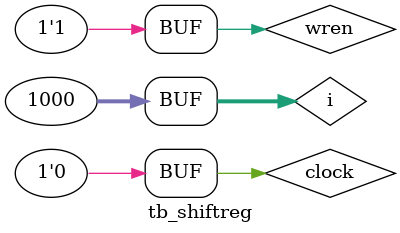
<source format=v>
`timescale 1 ns / 1 ps
module tb_shiftreg();

    reg             clock;
    reg             wren;
    reg     [9:0]   address;
    reg     [7:0]   data;
    wire    [7:0]   q;

    shiftreg   uut (
        .clock(clock),
        
        .wren(wren),
        .address(address),
        .data(data),
        
        .q(q)
    );
    
    integer i;
    initial
    begin
        clock       =   1;
        wren        =   0;
        address     =   0;
        data        =   1;
        
        #100;
        wren        =   1;
        
        for(i = 0; i < 1000; i = i + 1)
        begin
            #1; clock <= 1;
            #1; clock <= 0;
        end
    end
    
    always@(negedge clock)
    begin
        data <= data + 2;
        address <= address + 1;
        if(address == 10) address <= 0;
    end
endmodule

</source>
